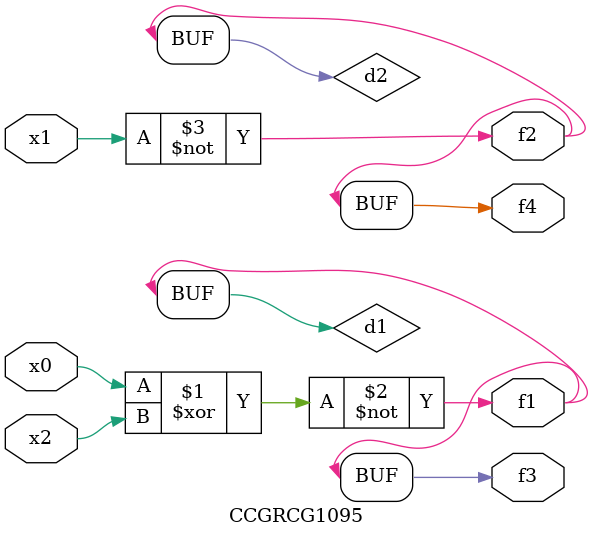
<source format=v>
module CCGRCG1095(
	input x0, x1, x2,
	output f1, f2, f3, f4
);

	wire d1, d2, d3;

	xnor (d1, x0, x2);
	nand (d2, x1);
	nor (d3, x1, x2);
	assign f1 = d1;
	assign f2 = d2;
	assign f3 = d1;
	assign f4 = d2;
endmodule

</source>
